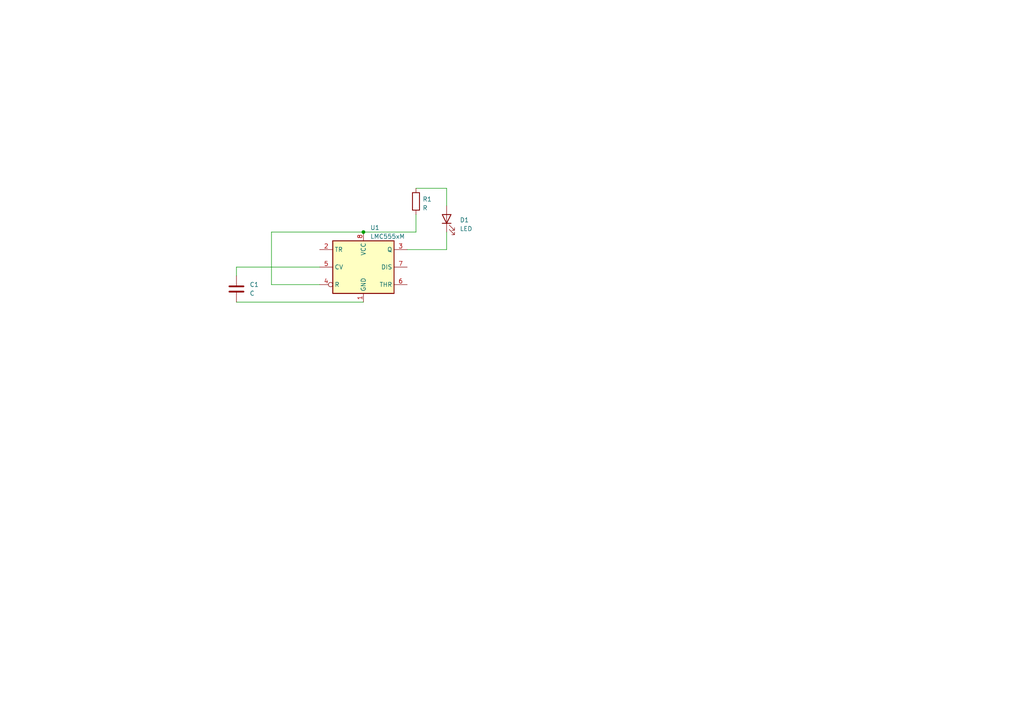
<source format=kicad_sch>
(kicad_sch (version 20231120) (generator "eeschema") (generator_version "8.0")
  (paper "A4")
  (lib_symbols
    (symbol "Device:C" (pin_numbers hide) (pin_names (offset 0.254))
      (property "Reference" "C" (at 0.635 2.54 0))
      (property "Value" "C" (at 0.635 -2.54 0))
      (symbol "C_0_1"
        (polyline (pts (xy -2.032 -0.762) (xy 2.032 -0.762)) (stroke (width 0.508)))
        (polyline (pts (xy -2.032 0.762) (xy 2.032 0.762)) (stroke (width 0.508)))
      )
      (symbol "C_1_1"
        (pin passive line (at 0 3.81 270) (length 2.794) (name "~") (number "1"))
        (pin passive line (at 0 -3.81 90) (length 2.794) (name "~") (number "2"))
      )
    )
    (symbol "Device:LED" (pin_numbers hide) (pin_names (offset 1.016) hide)
      (property "Reference" "D" (at 0 2.54 0))
      (property "Value" "LED" (at 0 -2.54 0))
      (symbol "LED_0_1"
        (polyline (pts (xy -1.27 -1.27) (xy -1.27 1.27)) (stroke (width 0.254)))
        (polyline (pts (xy -1.27 0) (xy 1.27 0)))
        (polyline (pts (xy 1.27 -1.27) (xy 1.27 1.27) (xy -1.27 0) (xy 1.27 -1.27)) (stroke (width 0.254)))
        (polyline (pts (xy -3.048 -0.762) (xy -4.572 -2.286) (xy -3.81 -2.286) (xy -4.572 -2.286) (xy -4.572 -1.524)))
        (polyline (pts (xy -1.778 -0.762) (xy -3.302 -2.286) (xy -2.54 -2.286) (xy -3.302 -2.286) (xy -3.302 -1.524)))
      )
      (symbol "LED_1_1"
        (pin passive line (at -3.81 0 0) (length 2.54) (name "K") (number "1"))
        (pin passive line (at 3.81 0 180) (length 2.54) (name "A") (number "2"))
      )
    )
    (symbol "Device:R" (pin_numbers hide) (pin_names (offset 0))
      (property "Reference" "R" (at 2.032 0 90))
      (property "Value" "R" (at 0 0 90))
      (symbol "R_0_1"
        (rectangle (start -1.016 -2.54) (end 1.016 2.54) (stroke (width 0.254)))
      )
      (symbol "R_1_1"
        (pin passive line (at 0 3.81 270) (length 1.27) (name "~") (number "1"))
        (pin passive line (at 0 -3.81 90) (length 1.27) (name "~") (number "2"))
      )
    )
    (symbol "Timer:LMC555xM"
      (property "Reference" "U" (at -10.16 8.89 0))
      (property "Value" "LMC555xM" (at 2.54 8.89 0))
      (symbol "LMC555xM_0_0"
        (pin power_in line (at 0 -10.16 90) (length 2.54) (name "GND") (number "1"))
        (pin power_in line (at 0 10.16 270) (length 2.54) (name "VCC") (number "8"))
      )
      (symbol "LMC555xM_0_1"
        (rectangle (start -8.89 -7.62) (end 8.89 7.62) (stroke (width 0.254)) (fill (type background)))
        (rectangle (start -8.89 -7.62) (end 8.89 7.62) (stroke (width 0.254)) (fill (type background)))
      )
      (symbol "LMC555xM_1_1"
        (pin input line (at -12.7 5.08 0) (length 3.81) (name "TR") (number "2"))
        (pin output line (at 12.7 5.08 180) (length 3.81) (name "Q") (number "3"))
        (pin input inverted (at -12.7 -5.08 0) (length 3.81) (name "R") (number "4"))
        (pin input line (at -12.7 0 0) (length 3.81) (name "CV") (number "5"))
        (pin input line (at 12.7 -5.08 180) (length 3.81) (name "THR") (number "6"))
        (pin input line (at 12.7 0 180) (length 3.81) (name "DIS") (number "7"))
      )
    )
  )
  (junction (at 105.41 67.31))
  (wire (pts (xy 120.65 62.23) (xy 120.65 67.31)))
  (wire (pts (xy 129.54 54.61) (xy 129.54 59.69)))
  (wire (pts (xy 120.65 54.61) (xy 129.54 54.61)))
  (wire (pts (xy 78.74 82.55) (xy 78.74 67.31)))
  (wire (pts (xy 68.58 80.01) (xy 68.58 77.47)))
  (wire (pts (xy 68.58 77.47) (xy 92.71 77.47)))
  (wire (pts (xy 92.71 82.55) (xy 78.74 82.55)))
  (wire (pts (xy 120.65 67.31) (xy 105.41 67.31)))
  (wire (pts (xy 78.74 67.31) (xy 105.41 67.31)))
  (wire (pts (xy 68.58 87.63) (xy 105.41 87.63)))
  (wire (pts (xy 129.54 72.39) (xy 118.11 72.39)))
  (wire (pts (xy 129.54 67.31) (xy 129.54 72.39)))
  (symbol (lib_id "Device:LED") (at 129.54 63.5 90) (unit 1)
    (property "Reference" "D1" (at 133.35 63.8174 90) (effects (justify right)))
    (property "Value" "LED" (at 133.35 66.3574 90) (effects (justify right)))
    (property "Footprint" "LED_SMD:LED_0805_2012Metric" (effects (hide yes)))
    (property "Description" "Light emitting diode" (effects (hide yes)))
  )
  (symbol (lib_id "Timer:LMC555xM") (at 105.41 77.47 0) (unit 1)
    (property "Reference" "U1" (at 107.3659 66.04 0) (effects (justify left)))
    (property "Value" "LMC555xM" (at 107.3659 68.58 0) (effects (justify left)))
    (property "Footprint" "Package_SO:SOIC-8_3.9x4.9mm_P1.27mm" (effects (hide yes)))
    (property "Datasheet" "http://www.ti.com/lit/ds/symlink/lmc555.pdf" (effects (hide yes)))
  )
  (symbol (lib_id "Device:R") (at 120.65 58.42 0) (unit 1)
    (property "Reference" "R1" (at 122.555 57.785 0) (effects (justify left)))
    (property "Value" "R" (at 122.555 60.325 0) (effects (justify left)))
    (property "Footprint" "Resistor_SMD:R_0805_2012Metric" (effects (hide yes)))
  )
  (symbol (lib_id "Device:C") (at 68.58 83.82 0) (unit 1)
    (property "Reference" "C1" (at 72.39 82.5499 0) (effects (justify left)))
    (property "Value" "C" (at 72.39 85.0899 0) (effects (justify left)))
    (property "Footprint" "Capacitor_SMD:C_0805_2012Metric" (effects (hide yes)))
    (property "Description" "Unpolarized capacitor" (effects (hide yes)))
  )
)
</source>
